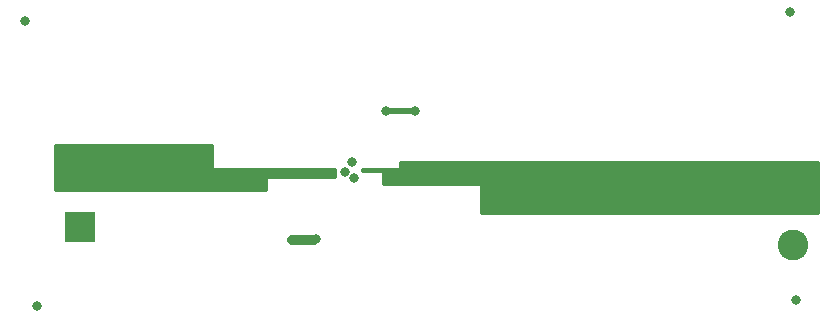
<source format=gbr>
G04 #@! TF.GenerationSoftware,KiCad,Pcbnew,(5.1.4-0)*
G04 #@! TF.CreationDate,2020-03-06T11:47:25-08:00*
G04 #@! TF.ProjectId,-5V_Rail,2d35565f-5261-4696-9c2e-6b696361645f,rev?*
G04 #@! TF.SameCoordinates,Original*
G04 #@! TF.FileFunction,Copper,L2,Bot*
G04 #@! TF.FilePolarity,Positive*
%FSLAX46Y46*%
G04 Gerber Fmt 4.6, Leading zero omitted, Abs format (unit mm)*
G04 Created by KiCad (PCBNEW (5.1.4-0)) date 2020-03-06 11:47:25*
%MOMM*%
%LPD*%
G04 APERTURE LIST*
%ADD10R,2.600000X2.600000*%
%ADD11C,2.600000*%
%ADD12C,0.800000*%
%ADD13C,0.812800*%
%ADD14C,0.508000*%
%ADD15C,0.254000*%
G04 APERTURE END LIST*
D10*
X111633000Y-96694000D03*
D11*
X111633000Y-91694000D03*
D10*
X171958000Y-93218000D03*
D11*
X171958000Y-98218000D03*
D12*
X107950000Y-103378000D03*
X172212000Y-102870000D03*
X171704000Y-78486000D03*
X106934000Y-79248000D03*
X134772400Y-92608400D03*
X134772400Y-92608400D03*
X134010400Y-92049600D03*
X134620000Y-91186000D03*
X129590800Y-97790000D03*
X131572000Y-97739200D03*
X137515600Y-86868000D03*
X139954000Y-86868000D03*
X118364000Y-91694000D03*
X155448000Y-94488000D03*
X147066000Y-94615000D03*
X164846000Y-93218000D03*
D13*
X129590800Y-97790000D02*
X131419600Y-97790000D01*
D14*
X137515600Y-86868000D02*
X139903200Y-86868000D01*
X139903200Y-86868000D02*
X139954000Y-86868000D01*
D13*
X111633000Y-91694000D02*
X118364000Y-91694000D01*
X171958000Y-93218000D02*
X164846000Y-93218000D01*
D15*
G36*
X122809000Y-91681300D02*
G01*
X122811440Y-91706076D01*
X122818667Y-91729901D01*
X122830403Y-91751857D01*
X122846197Y-91771103D01*
X122858897Y-91783803D01*
X122878143Y-91799597D01*
X122900099Y-91811333D01*
X122923924Y-91818560D01*
X122948700Y-91821000D01*
X133223000Y-91821000D01*
X133223000Y-92456000D01*
X127520700Y-92456000D01*
X127495924Y-92458440D01*
X127472099Y-92465667D01*
X127450143Y-92477403D01*
X127430897Y-92493197D01*
X127418197Y-92505897D01*
X127402403Y-92525143D01*
X127390667Y-92547099D01*
X127383440Y-92570924D01*
X127381000Y-92595700D01*
X127381000Y-93599000D01*
X109474000Y-93599000D01*
X109474000Y-89789000D01*
X122809000Y-89789000D01*
X122809000Y-91681300D01*
X122809000Y-91681300D01*
G37*
X122809000Y-91681300D02*
X122811440Y-91706076D01*
X122818667Y-91729901D01*
X122830403Y-91751857D01*
X122846197Y-91771103D01*
X122858897Y-91783803D01*
X122878143Y-91799597D01*
X122900099Y-91811333D01*
X122923924Y-91818560D01*
X122948700Y-91821000D01*
X133223000Y-91821000D01*
X133223000Y-92456000D01*
X127520700Y-92456000D01*
X127495924Y-92458440D01*
X127472099Y-92465667D01*
X127450143Y-92477403D01*
X127430897Y-92493197D01*
X127418197Y-92505897D01*
X127402403Y-92525143D01*
X127390667Y-92547099D01*
X127383440Y-92570924D01*
X127381000Y-92595700D01*
X127381000Y-93599000D01*
X109474000Y-93599000D01*
X109474000Y-89789000D01*
X122809000Y-89789000D01*
X122809000Y-91681300D01*
G36*
X174117000Y-95504000D02*
G01*
X145542000Y-95504000D01*
X145542000Y-93230700D01*
X145539560Y-93205924D01*
X145532333Y-93182099D01*
X145520597Y-93160143D01*
X145504803Y-93140897D01*
X145492103Y-93128197D01*
X145472857Y-93112403D01*
X145450901Y-93100667D01*
X145427076Y-93093440D01*
X145402300Y-93091000D01*
X137287000Y-93091000D01*
X137287000Y-92087700D01*
X137284560Y-92062924D01*
X137277333Y-92039099D01*
X137265597Y-92017143D01*
X137249803Y-91997897D01*
X137237103Y-91985197D01*
X137217857Y-91969403D01*
X137195901Y-91957667D01*
X137172076Y-91950440D01*
X137147300Y-91948000D01*
X135509000Y-91948000D01*
X135509000Y-91821000D01*
X138544300Y-91821000D01*
X138569076Y-91818560D01*
X138592901Y-91811333D01*
X138614857Y-91799597D01*
X138634103Y-91783803D01*
X138646803Y-91771103D01*
X138662597Y-91751857D01*
X138674333Y-91729901D01*
X138681560Y-91706076D01*
X138684000Y-91681300D01*
X138684000Y-91186000D01*
X174117000Y-91186000D01*
X174117000Y-95504000D01*
X174117000Y-95504000D01*
G37*
X174117000Y-95504000D02*
X145542000Y-95504000D01*
X145542000Y-93230700D01*
X145539560Y-93205924D01*
X145532333Y-93182099D01*
X145520597Y-93160143D01*
X145504803Y-93140897D01*
X145492103Y-93128197D01*
X145472857Y-93112403D01*
X145450901Y-93100667D01*
X145427076Y-93093440D01*
X145402300Y-93091000D01*
X137287000Y-93091000D01*
X137287000Y-92087700D01*
X137284560Y-92062924D01*
X137277333Y-92039099D01*
X137265597Y-92017143D01*
X137249803Y-91997897D01*
X137237103Y-91985197D01*
X137217857Y-91969403D01*
X137195901Y-91957667D01*
X137172076Y-91950440D01*
X137147300Y-91948000D01*
X135509000Y-91948000D01*
X135509000Y-91821000D01*
X138544300Y-91821000D01*
X138569076Y-91818560D01*
X138592901Y-91811333D01*
X138614857Y-91799597D01*
X138634103Y-91783803D01*
X138646803Y-91771103D01*
X138662597Y-91751857D01*
X138674333Y-91729901D01*
X138681560Y-91706076D01*
X138684000Y-91681300D01*
X138684000Y-91186000D01*
X174117000Y-91186000D01*
X174117000Y-95504000D01*
M02*

</source>
